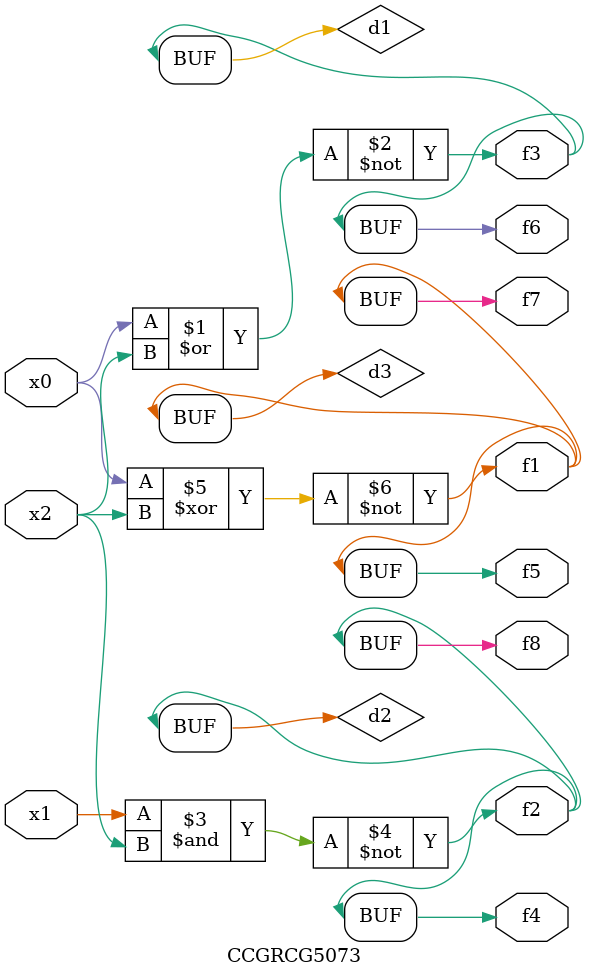
<source format=v>
module CCGRCG5073(
	input x0, x1, x2,
	output f1, f2, f3, f4, f5, f6, f7, f8
);

	wire d1, d2, d3;

	nor (d1, x0, x2);
	nand (d2, x1, x2);
	xnor (d3, x0, x2);
	assign f1 = d3;
	assign f2 = d2;
	assign f3 = d1;
	assign f4 = d2;
	assign f5 = d3;
	assign f6 = d1;
	assign f7 = d3;
	assign f8 = d2;
endmodule

</source>
